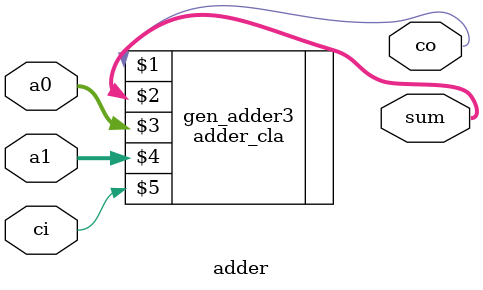
<source format=v>
module adder(co, sum, a0, a1, ci);
    // Parameter declarations.
    parameter signed [31:0]N = 4;
    output wire co;
    output wire [(N-1):0] sum ;
    input wire [(N-1):0] a0 ;
    input wire [(N-1):0] a1 ;
    input wire ci;

// Variable declaration.

//Module instantiations.
    adder_cla #( N) gen_adder3(co, sum, a0, a1, ci);

endmodule

</source>
